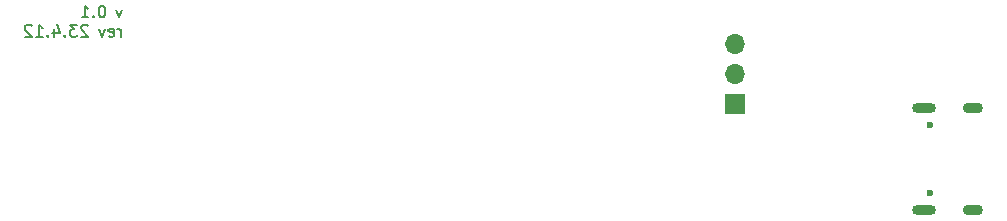
<source format=gbr>
%TF.GenerationSoftware,KiCad,Pcbnew,(7.0.0-0)*%
%TF.CreationDate,2023-03-12T05:29:05-07:00*%
%TF.ProjectId,TM1640_led_array,544d3136-3430-45f6-9c65-645f61727261,rev?*%
%TF.SameCoordinates,Original*%
%TF.FileFunction,Soldermask,Bot*%
%TF.FilePolarity,Negative*%
%FSLAX46Y46*%
G04 Gerber Fmt 4.6, Leading zero omitted, Abs format (unit mm)*
G04 Created by KiCad (PCBNEW (7.0.0-0)) date 2023-03-12 05:29:05*
%MOMM*%
%LPD*%
G01*
G04 APERTURE LIST*
%ADD10C,0.150000*%
%ADD11R,1.700000X1.700000*%
%ADD12O,1.700000X1.700000*%
%ADD13O,1.700000X0.900000*%
%ADD14O,2.000000X0.900000*%
%ADD15C,0.600000*%
G04 APERTURE END LIST*
D10*
X75757142Y-68595714D02*
X75519047Y-69262380D01*
X75519047Y-69262380D02*
X75280952Y-68595714D01*
X74109523Y-68262380D02*
X74014285Y-68262380D01*
X74014285Y-68262380D02*
X73919047Y-68310000D01*
X73919047Y-68310000D02*
X73871428Y-68357619D01*
X73871428Y-68357619D02*
X73823809Y-68452857D01*
X73823809Y-68452857D02*
X73776190Y-68643333D01*
X73776190Y-68643333D02*
X73776190Y-68881428D01*
X73776190Y-68881428D02*
X73823809Y-69071904D01*
X73823809Y-69071904D02*
X73871428Y-69167142D01*
X73871428Y-69167142D02*
X73919047Y-69214761D01*
X73919047Y-69214761D02*
X74014285Y-69262380D01*
X74014285Y-69262380D02*
X74109523Y-69262380D01*
X74109523Y-69262380D02*
X74204761Y-69214761D01*
X74204761Y-69214761D02*
X74252380Y-69167142D01*
X74252380Y-69167142D02*
X74299999Y-69071904D01*
X74299999Y-69071904D02*
X74347618Y-68881428D01*
X74347618Y-68881428D02*
X74347618Y-68643333D01*
X74347618Y-68643333D02*
X74299999Y-68452857D01*
X74299999Y-68452857D02*
X74252380Y-68357619D01*
X74252380Y-68357619D02*
X74204761Y-68310000D01*
X74204761Y-68310000D02*
X74109523Y-68262380D01*
X73347618Y-69167142D02*
X73299999Y-69214761D01*
X73299999Y-69214761D02*
X73347618Y-69262380D01*
X73347618Y-69262380D02*
X73395237Y-69214761D01*
X73395237Y-69214761D02*
X73347618Y-69167142D01*
X73347618Y-69167142D02*
X73347618Y-69262380D01*
X72347619Y-69262380D02*
X72919047Y-69262380D01*
X72633333Y-69262380D02*
X72633333Y-68262380D01*
X72633333Y-68262380D02*
X72728571Y-68405238D01*
X72728571Y-68405238D02*
X72823809Y-68500476D01*
X72823809Y-68500476D02*
X72919047Y-68548095D01*
X75661904Y-70882380D02*
X75661904Y-70215714D01*
X75661904Y-70406190D02*
X75614285Y-70310952D01*
X75614285Y-70310952D02*
X75566666Y-70263333D01*
X75566666Y-70263333D02*
X75471428Y-70215714D01*
X75471428Y-70215714D02*
X75376190Y-70215714D01*
X74661904Y-70834761D02*
X74757142Y-70882380D01*
X74757142Y-70882380D02*
X74947618Y-70882380D01*
X74947618Y-70882380D02*
X75042856Y-70834761D01*
X75042856Y-70834761D02*
X75090475Y-70739523D01*
X75090475Y-70739523D02*
X75090475Y-70358571D01*
X75090475Y-70358571D02*
X75042856Y-70263333D01*
X75042856Y-70263333D02*
X74947618Y-70215714D01*
X74947618Y-70215714D02*
X74757142Y-70215714D01*
X74757142Y-70215714D02*
X74661904Y-70263333D01*
X74661904Y-70263333D02*
X74614285Y-70358571D01*
X74614285Y-70358571D02*
X74614285Y-70453809D01*
X74614285Y-70453809D02*
X75090475Y-70549047D01*
X74280951Y-70215714D02*
X74042856Y-70882380D01*
X74042856Y-70882380D02*
X73804761Y-70215714D01*
X72871427Y-69977619D02*
X72823808Y-69930000D01*
X72823808Y-69930000D02*
X72728570Y-69882380D01*
X72728570Y-69882380D02*
X72490475Y-69882380D01*
X72490475Y-69882380D02*
X72395237Y-69930000D01*
X72395237Y-69930000D02*
X72347618Y-69977619D01*
X72347618Y-69977619D02*
X72299999Y-70072857D01*
X72299999Y-70072857D02*
X72299999Y-70168095D01*
X72299999Y-70168095D02*
X72347618Y-70310952D01*
X72347618Y-70310952D02*
X72919046Y-70882380D01*
X72919046Y-70882380D02*
X72299999Y-70882380D01*
X71966665Y-69882380D02*
X71347618Y-69882380D01*
X71347618Y-69882380D02*
X71680951Y-70263333D01*
X71680951Y-70263333D02*
X71538094Y-70263333D01*
X71538094Y-70263333D02*
X71442856Y-70310952D01*
X71442856Y-70310952D02*
X71395237Y-70358571D01*
X71395237Y-70358571D02*
X71347618Y-70453809D01*
X71347618Y-70453809D02*
X71347618Y-70691904D01*
X71347618Y-70691904D02*
X71395237Y-70787142D01*
X71395237Y-70787142D02*
X71442856Y-70834761D01*
X71442856Y-70834761D02*
X71538094Y-70882380D01*
X71538094Y-70882380D02*
X71823808Y-70882380D01*
X71823808Y-70882380D02*
X71919046Y-70834761D01*
X71919046Y-70834761D02*
X71966665Y-70787142D01*
X70919046Y-70787142D02*
X70871427Y-70834761D01*
X70871427Y-70834761D02*
X70919046Y-70882380D01*
X70919046Y-70882380D02*
X70966665Y-70834761D01*
X70966665Y-70834761D02*
X70919046Y-70787142D01*
X70919046Y-70787142D02*
X70919046Y-70882380D01*
X70014285Y-70215714D02*
X70014285Y-70882380D01*
X70252380Y-69834761D02*
X70490475Y-70549047D01*
X70490475Y-70549047D02*
X69871428Y-70549047D01*
X69490475Y-70787142D02*
X69442856Y-70834761D01*
X69442856Y-70834761D02*
X69490475Y-70882380D01*
X69490475Y-70882380D02*
X69538094Y-70834761D01*
X69538094Y-70834761D02*
X69490475Y-70787142D01*
X69490475Y-70787142D02*
X69490475Y-70882380D01*
X68490476Y-70882380D02*
X69061904Y-70882380D01*
X68776190Y-70882380D02*
X68776190Y-69882380D01*
X68776190Y-69882380D02*
X68871428Y-70025238D01*
X68871428Y-70025238D02*
X68966666Y-70120476D01*
X68966666Y-70120476D02*
X69061904Y-70168095D01*
X68109523Y-69977619D02*
X68061904Y-69930000D01*
X68061904Y-69930000D02*
X67966666Y-69882380D01*
X67966666Y-69882380D02*
X67728571Y-69882380D01*
X67728571Y-69882380D02*
X67633333Y-69930000D01*
X67633333Y-69930000D02*
X67585714Y-69977619D01*
X67585714Y-69977619D02*
X67538095Y-70072857D01*
X67538095Y-70072857D02*
X67538095Y-70168095D01*
X67538095Y-70168095D02*
X67585714Y-70310952D01*
X67585714Y-70310952D02*
X68157142Y-70882380D01*
X68157142Y-70882380D02*
X67538095Y-70882380D01*
D11*
%TO.C,J2*%
X127634999Y-76580999D03*
D12*
X127634999Y-74040999D03*
X127634999Y-71500999D03*
%TD*%
D13*
%TO.C,J1*%
X147829999Y-76954999D03*
X147829999Y-85604999D03*
D14*
X143659999Y-76954999D03*
X143659999Y-85604999D03*
D15*
X144150000Y-78390000D03*
X144150000Y-84170000D03*
%TD*%
M02*

</source>
